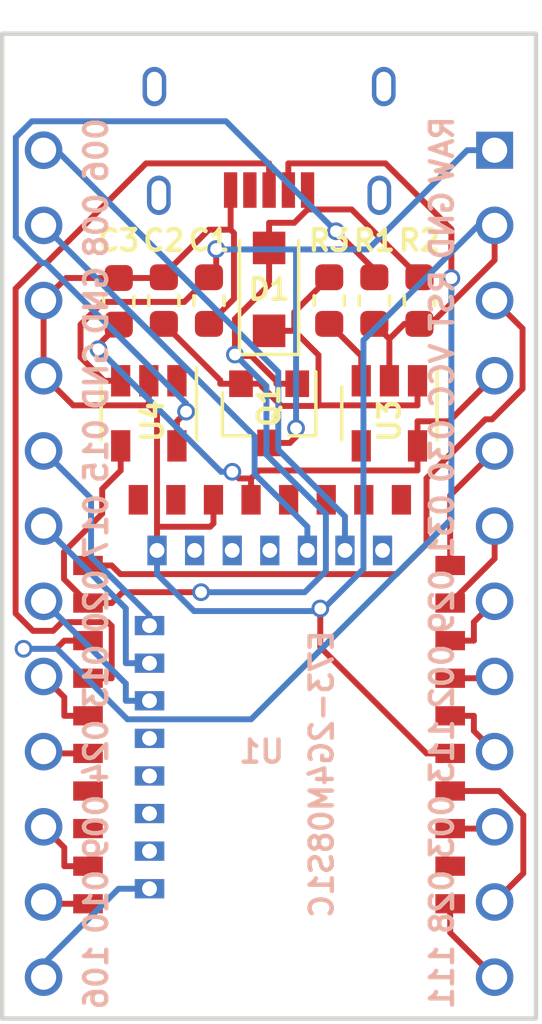
<source format=kicad_pcb>
(kicad_pcb (version 20171130) (host pcbnew "(5.1.0)-1")

  (general
    (thickness 1.6)
    (drawings 4)
    (tracks 230)
    (zones 0)
    (modules 13)
    (nets 50)
  )

  (page A4)
  (layers
    (0 F.Cu signal)
    (31 B.Cu signal)
    (32 B.Adhes user)
    (33 F.Adhes user)
    (34 B.Paste user)
    (35 F.Paste user)
    (36 B.SilkS user)
    (37 F.SilkS user)
    (38 B.Mask user)
    (39 F.Mask user)
    (40 Dwgs.User user)
    (41 Cmts.User user)
    (42 Eco1.User user)
    (43 Eco2.User user)
    (44 Edge.Cuts user)
    (45 Margin user)
    (46 B.CrtYd user)
    (47 F.CrtYd user)
    (48 B.Fab user)
    (49 F.Fab user)
  )

  (setup
    (last_trace_width 0.2)
    (user_trace_width 0.2)
    (user_trace_width 0.5)
    (trace_clearance 0.2)
    (zone_clearance 0.508)
    (zone_45_only yes)
    (trace_min 0.2)
    (via_size 0.6)
    (via_drill 0.4)
    (via_min_size 0.4)
    (via_min_drill 0.3)
    (uvia_size 0.3)
    (uvia_drill 0.1)
    (uvias_allowed no)
    (uvia_min_size 0.2)
    (uvia_min_drill 0.1)
    (edge_width 0.15)
    (segment_width 0.2)
    (pcb_text_width 0.3)
    (pcb_text_size 1.5 1.5)
    (mod_edge_width 0.15)
    (mod_text_size 1 1)
    (mod_text_width 0.15)
    (pad_size 1.27 1.27)
    (pad_drill 0.81)
    (pad_to_mask_clearance 0)
    (solder_mask_min_width 0.25)
    (aux_axis_origin 0 0)
    (grid_origin 96.181533 140.292775)
    (visible_elements 7FFFFFFF)
    (pcbplotparams
      (layerselection 0x010fc_ffffffff)
      (usegerberextensions false)
      (usegerberattributes false)
      (usegerberadvancedattributes false)
      (creategerberjobfile false)
      (excludeedgelayer true)
      (linewidth 0.100000)
      (plotframeref false)
      (viasonmask false)
      (mode 1)
      (useauxorigin false)
      (hpglpennumber 1)
      (hpglpenspeed 20)
      (hpglpendiameter 15.000000)
      (psnegative false)
      (psa4output false)
      (plotreference true)
      (plotvalue true)
      (plotinvisibletext false)
      (padsonsilk false)
      (subtractmaskfromsilk false)
      (outputformat 1)
      (mirror false)
      (drillshape 0)
      (scaleselection 1)
      (outputdirectory "gerber_fab/"))
  )

  (net 0 "")
  (net 1 GND)
  (net 2 VCC)
  (net 3 RESET)
  (net 4 /P0.05)
  (net 5 /P0.04)
  (net 6 /P0.02)
  (net 7 /P0.29)
  (net 8 /P0.30)
  (net 9 "Net-(J1-Pad6)")
  (net 10 /P0.31)
  (net 11 SWO)
  (net 12 /P0.10)
  (net 13 /P0.09)
  (net 14 "Net-(U3-Pad4)")
  (net 15 "Net-(J1-Pad4)")
  (net 16 VBUS)
  (net 17 VBAT)
  (net 18 DATA+)
  (net 19 DATA-)
  (net 20 /P1.13)
  (net 21 /P1.11)
  (net 22 /P0.20)
  (net 23 /P0.13)
  (net 24 /P0.15)
  (net 25 /P0.17)
  (net 26 DFU)
  (net 27 /P0.22)
  (net 28 /P0.24)
  (net 29 BLUE_LED)
  (net 30 /P0.03)
  (net 31 /P0.28)
  (net 32 /P0.00)
  (net 33 /P0.01)
  (net 34 RXD)
  (net 35 TXD)
  (net 36 BOOT)
  (net 37 "Net-(R1-Pad1)")
  (net 38 "Net-(R3-Pad2)")
  (net 39 "Net-(C2-Pad1)")
  (net 40 /P0.12)
  (net 41 /P1.06)
  (net 42 /P1.09)
  (net 43 /P1.04)
  (net 44 "Net-(U1-Pad23)")
  (net 45 "Net-(U1-Pad25)")
  (net 46 SWC)
  (net 47 SWD)
  (net 48 /P0.26)
  (net 49 "Net-(U4-Pad1)")

  (net_class Default "This is the default net class."
    (clearance 0.2)
    (trace_width 0.2)
    (via_dia 0.6)
    (via_drill 0.4)
    (uvia_dia 0.3)
    (uvia_drill 0.1)
    (add_net /P0.00)
    (add_net /P0.01)
    (add_net /P0.02)
    (add_net /P0.03)
    (add_net /P0.04)
    (add_net /P0.05)
    (add_net /P0.09)
    (add_net /P0.10)
    (add_net /P0.12)
    (add_net /P0.13)
    (add_net /P0.15)
    (add_net /P0.17)
    (add_net /P0.20)
    (add_net /P0.22)
    (add_net /P0.24)
    (add_net /P0.26)
    (add_net /P0.28)
    (add_net /P0.29)
    (add_net /P0.30)
    (add_net /P0.31)
    (add_net /P1.04)
    (add_net /P1.06)
    (add_net /P1.09)
    (add_net /P1.11)
    (add_net /P1.13)
    (add_net BLUE_LED)
    (add_net BOOT)
    (add_net DATA+)
    (add_net DATA-)
    (add_net DFU)
    (add_net GND)
    (add_net "Net-(C2-Pad1)")
    (add_net "Net-(J1-Pad4)")
    (add_net "Net-(J1-Pad6)")
    (add_net "Net-(R1-Pad1)")
    (add_net "Net-(R3-Pad2)")
    (add_net "Net-(U1-Pad23)")
    (add_net "Net-(U1-Pad25)")
    (add_net "Net-(U3-Pad4)")
    (add_net "Net-(U4-Pad1)")
    (add_net RESET)
    (add_net RXD)
    (add_net SWC)
    (add_net SWD)
    (add_net SWO)
    (add_net TXD)
    (add_net VBAT)
    (add_net VBUS)
    (add_net VCC)
  )

  (net_class Power ""
    (clearance 0.2)
    (trace_width 0.5)
    (via_dia 0.6)
    (via_drill 0.4)
    (uvia_dia 0.3)
    (uvia_drill 0.1)
  )

  (module nrfmicro:pro_micro (layer F.Cu) (tedit 5D250FBC) (tstamp 5C713BB9)
    (at 103.421 127.085)
    (path /5AC0283B)
    (fp_text reference U2 (at 0.508 -14.732) (layer Eco1.User)
      (effects (font (size 1.27 1.524) (thickness 0.2032)))
    )
    (fp_text value ProMicro (at 0 1.524 -90) (layer Margin) hide
      (effects (font (size 1.27 1.524) (thickness 0.2032)))
    )
    (fp_text user RAW (at 6.222533 -14.732225 270) (layer B.SilkS)
      (effects (font (size 0.75 0.75) (thickness 0.15)) (justify mirror))
    )
    (fp_text user 006 (at -5.461467 -14.732225 90) (layer B.SilkS)
      (effects (font (size 0.75 0.75) (thickness 0.15)) (justify mirror))
    )
    (fp_text user 008 (at -5.461467 -12.192225 90) (layer B.SilkS)
      (effects (font (size 0.75 0.75) (thickness 0.15)) (justify mirror))
    )
    (fp_text user GND (at -5.461467 -9.652225 90) (layer B.SilkS)
      (effects (font (size 0.75 0.75) (thickness 0.15)) (justify mirror))
    )
    (fp_text user GND (at -5.461467 -7.112225 90) (layer B.SilkS)
      (effects (font (size 0.75 0.75) (thickness 0.15)) (justify mirror))
    )
    (fp_text user RST (at 6.222533 -9.652225 270) (layer B.SilkS)
      (effects (font (size 0.75 0.75) (thickness 0.15)) (justify mirror))
    )
    (fp_text user GND (at 6.222533 -12.192225 270) (layer B.SilkS)
      (effects (font (size 0.75 0.75) (thickness 0.15)) (justify mirror))
    )
    (fp_line (start 6.731 -16.002) (end 6.731 -13.462) (layer Dwgs.User) (width 0.381))
    (fp_line (start -8.509 14.478) (end -8.509 -16.002) (layer Dwgs.User) (width 0.381))
    (fp_line (start 9.271 14.478) (end -8.509 14.478) (layer Dwgs.User) (width 0.381))
    (fp_line (start 9.271 -16.002) (end 9.271 14.478) (layer Dwgs.User) (width 0.381))
    (fp_line (start -8.509 -16.002) (end 9.271 -16.002) (layer Dwgs.User) (width 0.381))
    (fp_line (start 6.731 -13.462) (end 9.271 -13.462) (layer Dwgs.User) (width 0.381))
    (fp_text user VCC (at 6.222533 -7.112225 270) (layer B.SilkS)
      (effects (font (size 0.75 0.75) (thickness 0.15)) (justify mirror))
    )
    (fp_text user 010 (at -5.461467 10.667775 270) (layer B.SilkS)
      (effects (font (size 0.75 0.75) (thickness 0.15)) (justify mirror))
    )
    (fp_text user 017 (at -5.461467 -2.032225 270) (layer B.SilkS)
      (effects (font (size 0.75 0.75) (thickness 0.15)) (justify mirror))
    )
    (fp_text user 020 (at -5.461467 0.507775 270) (layer B.SilkS)
      (effects (font (size 0.75 0.75) (thickness 0.15)) (justify mirror))
    )
    (fp_text user 015 (at -5.461467 -4.572225 270) (layer B.SilkS)
      (effects (font (size 0.75 0.75) (thickness 0.15)) (justify mirror))
    )
    (fp_text user 013 (at -5.461467 3.047775 270) (layer B.SilkS)
      (effects (font (size 0.75 0.75) (thickness 0.15)) (justify mirror))
    )
    (fp_text user 009 (at -5.461467 8.127775 270) (layer B.SilkS)
      (effects (font (size 0.75 0.75) (thickness 0.15)) (justify mirror))
    )
    (fp_text user 024 (at -5.461467 5.587775 270) (layer B.SilkS)
      (effects (font (size 0.75 0.75) (thickness 0.15)) (justify mirror))
    )
    (fp_text user 106 (at -5.461467 13.207775 270) (layer B.SilkS)
      (effects (font (size 0.75 0.75) (thickness 0.15)) (justify mirror))
    )
    (fp_text user 003 (at 6.222533 8.127775 90) (layer B.SilkS)
      (effects (font (size 0.75 0.75) (thickness 0.15)) (justify mirror))
    )
    (fp_text user 028 (at 6.222533 10.667775 90) (layer B.SilkS)
      (effects (font (size 0.75 0.75) (thickness 0.15)) (justify mirror))
    )
    (fp_text user 030 (at 6.222533 -4.572225 90) (layer B.SilkS)
      (effects (font (size 0.75 0.75) (thickness 0.15)) (justify mirror))
    )
    (fp_text user 113 (at 6.222533 5.587775 90) (layer B.SilkS)
      (effects (font (size 0.75 0.75) (thickness 0.15)) (justify mirror))
    )
    (fp_text user 111 (at 6.222533 13.207775 90) (layer B.SilkS)
      (effects (font (size 0.75 0.75) (thickness 0.15)) (justify mirror))
    )
    (fp_text user 002 (at 6.222533 3.047775 90) (layer B.SilkS)
      (effects (font (size 0.75 0.75) (thickness 0.15)) (justify mirror))
    )
    (fp_text user 031 (at 6.222533 -2.032225 90) (layer B.SilkS)
      (effects (font (size 0.75 0.75) (thickness 0.15)) (justify mirror))
    )
    (fp_text user 029 (at 6.222533 0.507775 90) (layer B.SilkS)
      (effects (font (size 0.75 0.75) (thickness 0.15)) (justify mirror))
    )
    (pad 1 thru_hole rect (at 8.001 -14.732 270) (size 1.25 1.25) (drill 0.85) (layers *.Cu *.Mask)
      (net 17 VBAT))
    (pad 2 thru_hole circle (at 8.001 -12.192 270) (size 1.27 1.27) (drill 0.85) (layers *.Cu *.Mask)
      (net 1 GND))
    (pad 3 thru_hole circle (at 8.001 -9.652 270) (size 1.27 1.27) (drill 0.85) (layers *.Cu *.Mask)
      (net 3 RESET))
    (pad 4 thru_hole circle (at 8.001 -7.112 270) (size 1.27 1.27) (drill 0.85) (layers *.Cu *.Mask)
      (net 2 VCC))
    (pad 5 thru_hole circle (at 8.001 -4.572 270) (size 1.27 1.27) (drill 0.85) (layers *.Cu *.Mask)
      (net 8 /P0.30))
    (pad 6 thru_hole circle (at 8.001 -2.032 270) (size 1.27 1.27) (drill 0.85) (layers *.Cu *.Mask)
      (net 10 /P0.31))
    (pad 7 thru_hole circle (at 8.001 0.508 270) (size 1.27 1.27) (drill 0.85) (layers *.Cu *.Mask)
      (net 7 /P0.29))
    (pad 8 thru_hole circle (at 8.001 3.048 270) (size 1.27 1.27) (drill 0.85) (layers *.Cu *.Mask)
      (net 6 /P0.02))
    (pad 9 thru_hole circle (at 8.001 5.588 270) (size 1.27 1.27) (drill 0.85) (layers *.Cu *.Mask)
      (net 20 /P1.13))
    (pad 10 thru_hole circle (at 8.001 8.128 270) (size 1.27 1.27) (drill 0.85) (layers *.Cu *.Mask)
      (net 30 /P0.03))
    (pad 11 thru_hole circle (at 8.001 10.668 270) (size 1.27 1.27) (drill 0.85) (layers *.Cu *.Mask)
      (net 31 /P0.28))
    (pad 12 thru_hole circle (at 8.001 13.208 270) (size 1.27 1.27) (drill 0.85) (layers *.Cu *.Mask)
      (net 21 /P1.11))
    (pad 24 thru_hole circle (at -7.239 13.208 270) (size 1.27 1.27) (drill 0.85) (layers *.Cu *.Mask)
      (net 41 /P1.06))
    (pad 23 thru_hole circle (at -7.239 10.668 270) (size 1.27 1.27) (drill 0.85) (layers *.Cu *.Mask)
      (net 12 /P0.10))
    (pad 22 thru_hole circle (at -7.239 8.128 270) (size 1.27 1.27) (drill 0.85) (layers *.Cu *.Mask)
      (net 13 /P0.09))
    (pad 21 thru_hole circle (at -7.239 5.588 270) (size 1.27 1.27) (drill 0.85) (layers *.Cu *.Mask)
      (net 28 /P0.24))
    (pad 20 thru_hole circle (at -7.239 3.048 270) (size 1.27 1.27) (drill 0.85) (layers *.Cu *.Mask)
      (net 23 /P0.13))
    (pad 19 thru_hole circle (at -7.239 0.508 270) (size 1.27 1.27) (drill 0.85) (layers *.Cu *.Mask)
      (net 22 /P0.20))
    (pad 18 thru_hole circle (at -7.239 -2.032 270) (size 1.27 1.27) (drill 0.85) (layers *.Cu *.Mask)
      (net 25 /P0.17))
    (pad 17 thru_hole circle (at -7.239 -4.572 270) (size 1.27 1.27) (drill 0.85) (layers *.Cu *.Mask)
      (net 24 /P0.15))
    (pad 16 thru_hole circle (at -7.239 -7.112 270) (size 1.27 1.27) (drill 0.85) (layers *.Cu *.Mask)
      (net 1 GND))
    (pad 15 thru_hole circle (at -7.239 -9.652 270) (size 1.27 1.27) (drill 0.85) (layers *.Cu *.Mask)
      (net 1 GND))
    (pad 14 thru_hole circle (at -7.239 -12.192 270) (size 1.27 1.27) (drill 0.85) (layers *.Cu *.Mask)
      (net 34 RXD))
    (pad 13 thru_hole circle (at -7.239 -14.732 270) (size 1.27 1.27) (drill 0.85) (layers *.Cu *.Mask)
      (net 35 TXD))
  )

  (module Capacitor_SMD:C_0603_1608Metric (layer F.Cu) (tedit 5B301BBE) (tstamp 5CB0F1CC)
    (at 98.7215 117.458 90)
    (descr "Capacitor SMD 0603 (1608 Metric), square (rectangular) end terminal, IPC_7351 nominal, (Body size source: http://www.tortai-tech.com/upload/download/2011102023233369053.pdf), generated with kicad-footprint-generator")
    (tags capacitor)
    (path /5CC9355F)
    (attr smd)
    (fp_text reference C3 (at 2.057225 0 180) (layer F.SilkS)
      (effects (font (size 0.7 0.7) (thickness 0.15)))
    )
    (fp_text value 10uF (at 0 1.65 90) (layer F.Fab)
      (effects (font (size 0.75 0.75) (thickness 0.15)))
    )
    (fp_text user %R (at 0 0 90) (layer F.Fab)
      (effects (font (size 0.5 0.5) (thickness 0.08)))
    )
    (fp_line (start 1.48 0.73) (end -1.48 0.73) (layer F.CrtYd) (width 0.05))
    (fp_line (start 1.48 -0.73) (end 1.48 0.73) (layer F.CrtYd) (width 0.05))
    (fp_line (start -1.48 -0.73) (end 1.48 -0.73) (layer F.CrtYd) (width 0.05))
    (fp_line (start -1.48 0.73) (end -1.48 -0.73) (layer F.CrtYd) (width 0.05))
    (fp_line (start -0.162779 0.51) (end 0.162779 0.51) (layer F.SilkS) (width 0.12))
    (fp_line (start -0.162779 -0.51) (end 0.162779 -0.51) (layer F.SilkS) (width 0.12))
    (fp_line (start 0.8 0.4) (end -0.8 0.4) (layer F.Fab) (width 0.1))
    (fp_line (start 0.8 -0.4) (end 0.8 0.4) (layer F.Fab) (width 0.1))
    (fp_line (start -0.8 -0.4) (end 0.8 -0.4) (layer F.Fab) (width 0.1))
    (fp_line (start -0.8 0.4) (end -0.8 -0.4) (layer F.Fab) (width 0.1))
    (pad 2 smd roundrect (at 0.7875 0 90) (size 0.875 0.95) (layers F.Cu F.Paste F.Mask) (roundrect_rratio 0.25)
      (net 1 GND))
    (pad 1 smd roundrect (at -0.7875 0 90) (size 0.875 0.95) (layers F.Cu F.Paste F.Mask) (roundrect_rratio 0.25)
      (net 2 VCC))
    (model ${KISYS3DMOD}/Capacitor_SMD.3dshapes/C_0603_1608Metric.wrl
      (at (xyz 0 0 0))
      (scale (xyz 1 1 1))
      (rotate (xyz 0 0 0))
    )
  )

  (module Capacitor_SMD:C_0603_1608Metric (layer F.Cu) (tedit 5B301BBE) (tstamp 5CB0F1BB)
    (at 100.246 117.433 90)
    (descr "Capacitor SMD 0603 (1608 Metric), square (rectangular) end terminal, IPC_7351 nominal, (Body size source: http://www.tortai-tech.com/upload/download/2011102023233369053.pdf), generated with kicad-footprint-generator")
    (tags capacitor)
    (path /5B158BD8)
    (attr smd)
    (fp_text reference C2 (at 2.032225 -0.000467 180) (layer F.SilkS)
      (effects (font (size 0.7 0.7) (thickness 0.15)))
    )
    (fp_text value 10uF (at 0 1.65 90) (layer F.Fab)
      (effects (font (size 0.75 0.75) (thickness 0.15)))
    )
    (fp_text user %R (at 0 0 90) (layer F.Fab)
      (effects (font (size 0.5 0.5) (thickness 0.08)))
    )
    (fp_line (start 1.48 0.73) (end -1.48 0.73) (layer F.CrtYd) (width 0.05))
    (fp_line (start 1.48 -0.73) (end 1.48 0.73) (layer F.CrtYd) (width 0.05))
    (fp_line (start -1.48 -0.73) (end 1.48 -0.73) (layer F.CrtYd) (width 0.05))
    (fp_line (start -1.48 0.73) (end -1.48 -0.73) (layer F.CrtYd) (width 0.05))
    (fp_line (start -0.162779 0.51) (end 0.162779 0.51) (layer F.SilkS) (width 0.12))
    (fp_line (start -0.162779 -0.51) (end 0.162779 -0.51) (layer F.SilkS) (width 0.12))
    (fp_line (start 0.8 0.4) (end -0.8 0.4) (layer F.Fab) (width 0.1))
    (fp_line (start 0.8 -0.4) (end 0.8 0.4) (layer F.Fab) (width 0.1))
    (fp_line (start -0.8 -0.4) (end 0.8 -0.4) (layer F.Fab) (width 0.1))
    (fp_line (start -0.8 0.4) (end -0.8 -0.4) (layer F.Fab) (width 0.1))
    (pad 2 smd roundrect (at 0.7875 0 90) (size 0.875 0.95) (layers F.Cu F.Paste F.Mask) (roundrect_rratio 0.25)
      (net 1 GND))
    (pad 1 smd roundrect (at -0.7875 0 90) (size 0.875 0.95) (layers F.Cu F.Paste F.Mask) (roundrect_rratio 0.25)
      (net 39 "Net-(C2-Pad1)"))
    (model ${KISYS3DMOD}/Capacitor_SMD.3dshapes/C_0603_1608Metric.wrl
      (at (xyz 0 0 0))
      (scale (xyz 1 1 1))
      (rotate (xyz 0 0 0))
    )
  )

  (module Capacitor_SMD:C_0603_1608Metric (layer F.Cu) (tedit 5B301BBE) (tstamp 5CB0F1AA)
    (at 101.77 117.433 270)
    (descr "Capacitor SMD 0603 (1608 Metric), square (rectangular) end terminal, IPC_7351 nominal, (Body size source: http://www.tortai-tech.com/upload/download/2011102023233369053.pdf), generated with kicad-footprint-generator")
    (tags capacitor)
    (path /5C70161B)
    (attr smd)
    (fp_text reference C1 (at -2.032225 0) (layer F.SilkS)
      (effects (font (size 0.7 0.7) (thickness 0.15)))
    )
    (fp_text value 10uF (at 0 1.65 270) (layer F.Fab)
      (effects (font (size 0.75 0.75) (thickness 0.15)))
    )
    (fp_text user %R (at 0 0 270) (layer F.Fab)
      (effects (font (size 0.5 0.5) (thickness 0.08)))
    )
    (fp_line (start 1.48 0.73) (end -1.48 0.73) (layer F.CrtYd) (width 0.05))
    (fp_line (start 1.48 -0.73) (end 1.48 0.73) (layer F.CrtYd) (width 0.05))
    (fp_line (start -1.48 -0.73) (end 1.48 -0.73) (layer F.CrtYd) (width 0.05))
    (fp_line (start -1.48 0.73) (end -1.48 -0.73) (layer F.CrtYd) (width 0.05))
    (fp_line (start -0.162779 0.51) (end 0.162779 0.51) (layer F.SilkS) (width 0.12))
    (fp_line (start -0.162779 -0.51) (end 0.162779 -0.51) (layer F.SilkS) (width 0.12))
    (fp_line (start 0.8 0.4) (end -0.8 0.4) (layer F.Fab) (width 0.1))
    (fp_line (start 0.8 -0.4) (end 0.8 0.4) (layer F.Fab) (width 0.1))
    (fp_line (start -0.8 -0.4) (end 0.8 -0.4) (layer F.Fab) (width 0.1))
    (fp_line (start -0.8 0.4) (end -0.8 -0.4) (layer F.Fab) (width 0.1))
    (pad 2 smd roundrect (at 0.7875 0 270) (size 0.875 0.95) (layers F.Cu F.Paste F.Mask) (roundrect_rratio 0.25)
      (net 1 GND))
    (pad 1 smd roundrect (at -0.7875 0 270) (size 0.875 0.95) (layers F.Cu F.Paste F.Mask) (roundrect_rratio 0.25)
      (net 17 VBAT))
    (model ${KISYS3DMOD}/Capacitor_SMD.3dshapes/C_0603_1608Metric.wrl
      (at (xyz 0 0 0))
      (scale (xyz 1 1 1))
      (rotate (xyz 0 0 0))
    )
  )

  (module nrfmicro:E73-2G4M08S1C-52840 (layer F.Cu) (tedit 5CAFE4C7) (tstamp 5C6ECCBA)
    (at 103.802 123.783 270)
    (path /5C7001D3)
    (fp_text reference U1 (at 8.889775 0.254467 180) (layer B.SilkS)
      (effects (font (size 0.75 0.75) (thickness 0.15)) (justify mirror))
    )
    (fp_text value "E73-2G4M08S1C (nRF52840)" (at 9.778775 -0.635467 180) (layer F.Fab)
      (effects (font (size 0.75 0.75) (thickness 0.15)))
    )
    (fp_line (start -0.127 -6.604) (end -0.127 6.604) (layer F.Fab) (width 0.15))
    (fp_line (start -0.127 6.604) (end 18.034 6.604) (layer F.Fab) (width 0.15))
    (fp_line (start 18.034 6.604) (end 18.034 -6.604) (layer F.Fab) (width 0.15))
    (fp_line (start 18.034 -6.604) (end -0.127 -6.604) (layer F.Fab) (width 0.15))
    (fp_text user E73-2G4M08S1C (at 9.651775 -1.777533 90) (layer B.SilkS)
      (effects (font (size 0.75 0.75) (thickness 0.15)) (justify mirror))
    )
    (pad 28 thru_hole rect (at 4.632 4.041 270) (size 0.65 1) (drill 0.5) (layers *.Cu *.Mask)
      (net 24 /P0.15))
    (pad 10 smd rect (at 2.6 -6.119 270) (size 0.65 1) (layers F.Cu F.Paste F.Mask)
      (net 8 /P0.30))
    (pad 9 smd rect (at 3.87 -6.119 270) (size 0.65 1) (layers F.Cu F.Paste F.Mask)
      (net 10 /P0.31))
    (pad 8 smd rect (at 5.14 -6.119 270) (size 0.65 1) (layers F.Cu F.Paste F.Mask)
      (net 7 /P0.29))
    (pad 7 smd rect (at 6.41 -6.119 270) (size 0.65 1) (layers F.Cu F.Paste F.Mask)
      (net 6 /P0.02))
    (pad 6 smd rect (at 7.68 -6.119 270) (size 0.65 1) (layers F.Cu F.Paste F.Mask)
      (net 20 /P1.13))
    (pad 5 smd rect (at 8.95 -6.119 270) (size 0.65 1) (layers F.Cu F.Paste F.Mask)
      (net 1 GND))
    (pad 4 smd rect (at 10.22 -6.119 270) (size 0.65 1) (layers F.Cu F.Paste F.Mask)
      (net 31 /P0.28))
    (pad 3 smd rect (at 11.49 -6.119 270) (size 0.65 1) (layers F.Cu F.Paste F.Mask)
      (net 30 /P0.03))
    (pad 2 smd rect (at 12.76 -6.119 270) (size 0.65 1) (layers F.Cu F.Paste F.Mask)
      (net 29 BLUE_LED))
    (pad 1 smd rect (at 14.03 -6.119 270) (size 0.65 1) (layers F.Cu F.Paste F.Mask)
      (net 21 /P1.11))
    (pad 31 smd rect (at 6.41 6.119 270) (size 0.65 1) (layers F.Cu F.Paste F.Mask)
      (net 18 DATA+))
    (pad 43 smd rect (at 14.03 6.119 270) (size 0.65 1) (layers F.Cu F.Paste F.Mask)
      (net 12 /P0.10))
    (pad 33 smd rect (at 7.68 6.119 270) (size 0.65 1) (layers F.Cu F.Paste F.Mask)
      (net 23 /P0.13))
    (pad 41 smd rect (at 12.76 6.119 270) (size 0.65 1) (layers F.Cu F.Paste F.Mask)
      (net 13 /P0.09))
    (pad 39 smd rect (at 11.49 6.119 270) (size 0.65 1) (layers F.Cu F.Paste F.Mask)
      (net 46 SWC))
    (pad 37 smd rect (at 10.22 6.119 270) (size 0.65 1) (layers F.Cu F.Paste F.Mask)
      (net 47 SWD))
    (pad 29 smd rect (at 5.14 6.119 270) (size 0.65 1) (layers F.Cu F.Paste F.Mask)
      (net 19 DATA-))
    (pad 35 smd rect (at 8.95 6.119 270) (size 0.65 1) (layers F.Cu F.Paste F.Mask)
      (net 28 /P0.24))
    (pad 27 smd rect (at 3.87 6.119 270) (size 0.65 1) (layers F.Cu F.Paste F.Mask)
      (net 16 VBUS))
    (pad 26 smd rect (at 2.6 6.119 270) (size 0.65 1) (layers F.Cu F.Paste F.Mask)
      (net 3 RESET))
    (pad 23 smd rect (at 0.381 3.15) (size 0.65 1) (layers F.Cu F.Paste F.Mask)
      (net 44 "Net-(U1-Pad23)"))
    (pad 11 smd rect (at 0.381 -4.47) (size 0.65 1) (layers F.Cu F.Paste F.Mask)
      (net 32 /P0.00))
    (pad 21 smd rect (at 0.381 1.88) (size 0.65 1) (layers F.Cu F.Paste F.Mask)
      (net 1 GND))
    (pad 13 smd rect (at 0.381 -3.2) (size 0.65 1) (layers F.Cu F.Paste F.Mask)
      (net 33 /P0.01))
    (pad 15 smd rect (at 0.381 -1.93) (size 0.65 1) (layers F.Cu F.Paste F.Mask)
      (net 4 /P0.05))
    (pad 17 smd rect (at 0.381 -0.66) (size 0.65 1) (layers F.Cu F.Paste F.Mask)
      (net 42 /P1.09))
    (pad 25 smd rect (at 0.381 4.42) (size 0.65 1) (layers F.Cu F.Paste F.Mask)
      (net 45 "Net-(U1-Pad25)"))
    (pad 19 smd rect (at 0.381 0.61) (size 0.65 1) (layers F.Cu F.Paste F.Mask)
      (net 2 VCC))
    (pad 30 thru_hole rect (at 5.902 4.041 270) (size 0.65 1) (drill 0.5) (layers *.Cu *.Mask)
      (net 25 /P0.17))
    (pad 32 thru_hole rect (at 7.172 4.041 270) (size 0.65 1) (drill 0.5) (layers *.Cu *.Mask)
      (net 22 /P0.20))
    (pad 34 thru_hole rect (at 8.442 4.041 270) (size 0.65 1) (drill 0.5) (layers *.Cu *.Mask)
      (net 27 /P0.22))
    (pad 36 thru_hole rect (at 9.712 4.041 270) (size 0.65 1) (drill 0.5) (layers *.Cu *.Mask)
      (net 11 SWO))
    (pad 38 thru_hole rect (at 10.982 4.041 270) (size 0.65 1) (drill 0.5) (layers *.Cu *.Mask)
      (net 26 DFU))
    (pad 40 thru_hole rect (at 12.252 4.041 270) (size 0.65 1) (drill 0.5) (layers *.Cu *.Mask)
      (net 43 /P1.04))
    (pad 42 thru_hole rect (at 13.522 4.041 270) (size 0.65 1) (drill 0.5) (layers *.Cu *.Mask)
      (net 41 /P1.06))
    (pad 14 thru_hole rect (at 2.092 -2.563) (size 0.65 1) (drill 0.5) (layers *.Cu *.Mask)
      (net 35 TXD))
    (pad 12 thru_hole rect (at 2.092 -3.833) (size 0.65 1) (drill 0.5) (layers *.Cu *.Mask)
      (net 48 /P0.26))
    (pad 20 thru_hole rect (at 2.092 1.247) (size 0.65 1) (drill 0.5) (layers *.Cu *.Mask)
      (net 40 /P0.12))
    (pad 16 thru_hole rect (at 2.092 -1.293) (size 0.65 1) (drill 0.5) (layers *.Cu *.Mask)
      (net 34 RXD))
    (pad 22 thru_hole rect (at 2.092 2.517) (size 0.65 1) (drill 0.5) (layers *.Cu *.Mask)
      (net 36 BOOT))
    (pad 24 thru_hole rect (at 2.092 3.787) (size 0.65 1) (drill 0.5) (layers *.Cu *.Mask)
      (net 1 GND))
    (pad 18 thru_hole rect (at 2.092 -0.023) (size 0.65 1) (drill 0.5) (layers *.Cu *.Mask)
      (net 5 /P0.04))
  )

  (module nrfmicro:usb_micro (layer F.Cu) (tedit 5CAFE492) (tstamp 5C6ED4F1)
    (at 103.802 108.543 180)
    (descr "USB Micro-B receptacle, http://www.mouser.com/ds/2/445/629105150521-469306.pdf")
    (tags "usb micro receptacle")
    (path /5B116606)
    (attr smd)
    (fp_text reference J1 (at -0.000467 -4.064 180) (layer F.SilkS) hide
      (effects (font (size 0.7 0.7) (thickness 0.15)))
    )
    (fp_text value "USB_OTG 5 Pin 4 Legs" (at 0 -4.318 180) (layer F.Fab)
      (effects (font (size 0.4 0.4) (thickness 0.1)))
    )
    (fp_line (start -4 -5.86) (end -4 -0.46) (layer F.Fab) (width 0.15))
    (fp_line (start -4 -0.46) (end -3.7 -0.46) (layer F.Fab) (width 0.15))
    (fp_line (start -3.7 -0.46) (end -3.7 0.74) (layer F.Fab) (width 0.15))
    (fp_line (start -3.7 0.74) (end 3.7 0.74) (layer F.Fab) (width 0.15))
    (fp_line (start 3.7 0.74) (end 3.7 -0.46) (layer F.Fab) (width 0.15))
    (fp_line (start 3.7 -0.46) (end 4 -0.46) (layer F.Fab) (width 0.15))
    (fp_line (start 4 -0.46) (end 4 -5.86) (layer F.Fab) (width 0.15))
    (fp_line (start 4 -5.86) (end -4 -5.86) (layer F.Fab) (width 0.15))
    (fp_line (start -2.7 0.14) (end 2.7 0.14) (layer F.Fab) (width 0.15))
    (fp_line (start -4.94 -6.95) (end -4.94 1.24) (layer F.CrtYd) (width 0.05))
    (fp_line (start -4.94 1.24) (end 4.95 1.24) (layer F.CrtYd) (width 0.05))
    (fp_line (start 4.95 1.24) (end 4.95 -6.95) (layer F.CrtYd) (width 0.05))
    (fp_line (start 4.95 -6.95) (end -4.94 -6.95) (layer F.CrtYd) (width 0.05))
    (fp_text user "PCB Edge" (at 0 0.14 180) (layer Dwgs.User)
      (effects (font (size 0.5 0.5) (thickness 0.08)))
    )
    (pad 4 smd rect (at 0.65 -5.156 180) (size 0.45 1.2) (layers F.Cu F.Paste F.Mask)
      (net 15 "Net-(J1-Pad4)"))
    (pad 3 smd rect (at 0 -5.156 180) (size 0.45 1.2) (layers F.Cu F.Paste F.Mask)
      (net 18 DATA+))
    (pad 2 smd rect (at -0.65 -5.156 180) (size 0.45 1.2) (layers F.Cu F.Paste F.Mask)
      (net 19 DATA-))
    (pad 1 smd rect (at -1.3 -5.156 180) (size 0.45 1.2) (layers F.Cu F.Paste F.Mask)
      (net 16 VBUS))
    (pad 5 smd rect (at 1.3 -5.156 180) (size 0.45 1.2) (layers F.Cu F.Paste F.Mask)
      (net 1 GND))
    (pad 6 thru_hole oval (at -3.725 -5.334 180) (size 0.8 1.33) (drill oval 0.5 1) (layers *.Cu *.Mask)
      (net 9 "Net-(J1-Pad6)"))
    (pad "" thru_hole oval (at 3.725 -5.334 180) (size 0.8 1.33) (drill oval 0.5 1) (layers *.Cu *.Mask))
    (pad "" thru_hole oval (at -3.875 -1.66 180) (size 0.8 1.33) (drill oval 0.5 1) (layers *.Cu *.Mask))
    (pad "" thru_hole oval (at 3.875 -1.66 180) (size 0.8 1.33) (drill oval 0.5 1) (layers *.Cu *.Mask))
    (model ${KISYS3DMOD}/Connector_USB.3dshapes/USB_Micro-B_Molex_47346-0001.wrl
      (offset (xyz 0 4 0))
      (scale (xyz 1 1 1))
      (rotate (xyz 0 0 0))
    )
  )

  (module Resistor_SMD:R_0603_1608Metric (layer F.Cu) (tedit 5C7CA377) (tstamp 5C7D3CE5)
    (at 107.358 117.433 270)
    (descr "Resistor SMD 0603 (1608 Metric), square (rectangular) end terminal, IPC_7351 nominal, (Body size source: http://www.tortai-tech.com/upload/download/2011102023233369053.pdf), generated with kicad-footprint-generator")
    (tags resistor)
    (path /5C701629)
    (attr smd)
    (fp_text reference R1 (at -2.032225 0.000467) (layer F.SilkS)
      (effects (font (size 0.7 0.7) (thickness 0.15)))
    )
    (fp_text value 4.7K (at 0 1.43 270) (layer F.Fab)
      (effects (font (size 0.75 0.75) (thickness 0.15)))
    )
    (fp_line (start -0.8 0.4) (end -0.8 -0.4) (layer F.Fab) (width 0.1))
    (fp_line (start -0.8 -0.4) (end 0.8 -0.4) (layer F.Fab) (width 0.1))
    (fp_line (start 0.8 -0.4) (end 0.8 0.4) (layer F.Fab) (width 0.1))
    (fp_line (start 0.8 0.4) (end -0.8 0.4) (layer F.Fab) (width 0.1))
    (fp_line (start -0.162779 -0.51) (end 0.162779 -0.51) (layer F.SilkS) (width 0.12))
    (fp_line (start -0.162779 0.51) (end 0.162779 0.51) (layer F.SilkS) (width 0.12))
    (fp_line (start -1.48 0.73) (end -1.48 -0.73) (layer F.CrtYd) (width 0.05))
    (fp_line (start -1.48 -0.73) (end 1.48 -0.73) (layer F.CrtYd) (width 0.05))
    (fp_line (start 1.48 -0.73) (end 1.48 0.73) (layer F.CrtYd) (width 0.05))
    (fp_line (start 1.48 0.73) (end -1.48 0.73) (layer F.CrtYd) (width 0.05))
    (fp_text user %R (at 0 0 270) (layer F.Fab)
      (effects (font (size 0.4 0.4) (thickness 0.06)))
    )
    (pad 1 smd roundrect (at -0.7875 0 270) (size 0.875 0.95) (layers F.Cu F.Paste F.Mask) (roundrect_rratio 0.25)
      (net 37 "Net-(R1-Pad1)"))
    (pad 2 smd roundrect (at 0.7875 0 270) (size 0.875 0.95) (layers F.Cu F.Paste F.Mask) (roundrect_rratio 0.25)
      (net 1 GND))
    (model ${KISYS3DMOD}/Resistor_SMD.3dshapes/R_0603_1608Metric.wrl
      (at (xyz 0 0 0))
      (scale (xyz 1 1 1))
      (rotate (xyz 0 0 0))
    )
  )

  (module Resistor_SMD:R_0603_1608Metric (layer F.Cu) (tedit 5C7C9E57) (tstamp 5C7360DF)
    (at 105.834 117.433 270)
    (descr "Resistor SMD 0603 (1608 Metric), square (rectangular) end terminal, IPC_7351 nominal, (Body size source: http://www.tortai-tech.com/upload/download/2011102023233369053.pdf), generated with kicad-footprint-generator")
    (tags resistor)
    (path /5CC730D9)
    (attr smd)
    (fp_text reference R3 (at 0 -1.43 270) (layer F.SilkS) hide
      (effects (font (size 0.75 0.75) (thickness 0.15)))
    )
    (fp_text value 100K (at 0 1.43 270) (layer F.Fab)
      (effects (font (size 0.75 0.75) (thickness 0.15)))
    )
    (fp_text user %R (at -2.032225 0.000467 180) (layer F.SilkS)
      (effects (font (size 0.7 0.7) (thickness 0.15)))
    )
    (fp_line (start 1.48 0.73) (end -1.48 0.73) (layer F.CrtYd) (width 0.05))
    (fp_line (start 1.48 -0.73) (end 1.48 0.73) (layer F.CrtYd) (width 0.05))
    (fp_line (start -1.48 -0.73) (end 1.48 -0.73) (layer F.CrtYd) (width 0.05))
    (fp_line (start -1.48 0.73) (end -1.48 -0.73) (layer F.CrtYd) (width 0.05))
    (fp_line (start -0.162779 0.51) (end 0.162779 0.51) (layer F.SilkS) (width 0.12))
    (fp_line (start -0.162779 -0.51) (end 0.162779 -0.51) (layer F.SilkS) (width 0.12))
    (fp_line (start 0.8 0.4) (end -0.8 0.4) (layer F.Fab) (width 0.1))
    (fp_line (start 0.8 -0.4) (end 0.8 0.4) (layer F.Fab) (width 0.1))
    (fp_line (start -0.8 -0.4) (end 0.8 -0.4) (layer F.Fab) (width 0.1))
    (fp_line (start -0.8 0.4) (end -0.8 -0.4) (layer F.Fab) (width 0.1))
    (pad 2 smd roundrect (at 0.7875 0 270) (size 0.875 0.95) (layers F.Cu F.Paste F.Mask) (roundrect_rratio 0.25)
      (net 38 "Net-(R3-Pad2)"))
    (pad 1 smd roundrect (at -0.7875 0 270) (size 0.875 0.95) (layers F.Cu F.Paste F.Mask) (roundrect_rratio 0.25)
      (net 39 "Net-(C2-Pad1)"))
    (model ${KISYS3DMOD}/Resistor_SMD.3dshapes/R_0603_1608Metric.wrl
      (at (xyz 0 0 0))
      (scale (xyz 1 1 1))
      (rotate (xyz 0 0 0))
    )
  )

  (module Resistor_SMD:R_0603_1608Metric (layer F.Cu) (tedit 5C7C9E69) (tstamp 5C7360CF)
    (at 108.882 117.433 270)
    (descr "Resistor SMD 0603 (1608 Metric), square (rectangular) end terminal, IPC_7351 nominal, (Body size source: http://www.tortai-tech.com/upload/download/2011102023233369053.pdf), generated with kicad-footprint-generator")
    (tags resistor)
    (path /5B159927)
    (attr smd)
    (fp_text reference R2 (at 0 -1.43 270) (layer F.SilkS) hide
      (effects (font (size 0.75 0.75) (thickness 0.15)))
    )
    (fp_text value 100K (at 0 1.43 270) (layer F.Fab)
      (effects (font (size 0.75 0.75) (thickness 0.15)))
    )
    (fp_line (start -0.8 0.4) (end -0.8 -0.4) (layer F.Fab) (width 0.1))
    (fp_line (start -0.8 -0.4) (end 0.8 -0.4) (layer F.Fab) (width 0.1))
    (fp_line (start 0.8 -0.4) (end 0.8 0.4) (layer F.Fab) (width 0.1))
    (fp_line (start 0.8 0.4) (end -0.8 0.4) (layer F.Fab) (width 0.1))
    (fp_line (start -0.162779 -0.51) (end 0.162779 -0.51) (layer F.SilkS) (width 0.12))
    (fp_line (start -0.162779 0.51) (end 0.162779 0.51) (layer F.SilkS) (width 0.12))
    (fp_line (start -1.48 0.73) (end -1.48 -0.73) (layer F.CrtYd) (width 0.05))
    (fp_line (start -1.48 -0.73) (end 1.48 -0.73) (layer F.CrtYd) (width 0.05))
    (fp_line (start 1.48 -0.73) (end 1.48 0.73) (layer F.CrtYd) (width 0.05))
    (fp_line (start 1.48 0.73) (end -1.48 0.73) (layer F.CrtYd) (width 0.05))
    (fp_text user %R (at -2.032225 0 180) (layer F.SilkS)
      (effects (font (size 0.7 0.7) (thickness 0.15)))
    )
    (pad 1 smd roundrect (at -0.7875 0 270) (size 0.875 0.95) (layers F.Cu F.Paste F.Mask) (roundrect_rratio 0.25)
      (net 16 VBUS))
    (pad 2 smd roundrect (at 0.7875 0 270) (size 0.875 0.95) (layers F.Cu F.Paste F.Mask) (roundrect_rratio 0.25)
      (net 1 GND))
    (model ${KISYS3DMOD}/Resistor_SMD.3dshapes/R_0603_1608Metric.wrl
      (at (xyz 0 0 0))
      (scale (xyz 1 1 1))
      (rotate (xyz 0 0 0))
    )
  )

  (module Package_TO_SOT_SMD:SOT-23 (layer F.Cu) (tedit 5C70E02D) (tstamp 5C70F293)
    (at 103.802 121.243 270)
    (descr "SOT-23, Standard")
    (tags SOT-23)
    (path /5B1587C5)
    (attr smd)
    (fp_text reference Q1 (at -0.254225 0.000467 270) (layer F.SilkS)
      (effects (font (size 0.7 0.7) (thickness 0.15)))
    )
    (fp_text value AO3407 (at 0 2.5 270) (layer F.Fab)
      (effects (font (size 0.75 0.75) (thickness 0.15)))
    )
    (fp_text user %R (at 0 0) (layer F.Fab)
      (effects (font (size 0.5 0.5) (thickness 0.075)))
    )
    (fp_line (start -0.7 -0.95) (end -0.7 1.5) (layer F.Fab) (width 0.1))
    (fp_line (start -0.15 -1.52) (end 0.7 -1.52) (layer F.Fab) (width 0.1))
    (fp_line (start -0.7 -0.95) (end -0.15 -1.52) (layer F.Fab) (width 0.1))
    (fp_line (start 0.7 -1.52) (end 0.7 1.52) (layer F.Fab) (width 0.1))
    (fp_line (start -0.7 1.52) (end 0.7 1.52) (layer F.Fab) (width 0.1))
    (fp_line (start 0.76 1.58) (end 0.76 0.65) (layer F.SilkS) (width 0.12))
    (fp_line (start 0.76 -1.58) (end 0.76 -0.65) (layer F.SilkS) (width 0.12))
    (fp_line (start -1.7 -1.75) (end 1.7 -1.75) (layer F.CrtYd) (width 0.05))
    (fp_line (start 1.7 -1.75) (end 1.7 1.75) (layer F.CrtYd) (width 0.05))
    (fp_line (start 1.7 1.75) (end -1.7 1.75) (layer F.CrtYd) (width 0.05))
    (fp_line (start -1.7 1.75) (end -1.7 -1.75) (layer F.CrtYd) (width 0.05))
    (fp_line (start 0.76 -1.58) (end -1.4 -1.58) (layer F.SilkS) (width 0.12))
    (fp_line (start 0.76 1.58) (end -0.7 1.58) (layer F.SilkS) (width 0.12))
    (pad 1 smd rect (at -1 -0.95 270) (size 0.9 0.8) (layers F.Cu F.Paste F.Mask)
      (net 16 VBUS))
    (pad 2 smd rect (at -1 0.95 270) (size 0.9 0.8) (layers F.Cu F.Paste F.Mask)
      (net 39 "Net-(C2-Pad1)"))
    (pad 3 smd rect (at 1 0 270) (size 0.9 0.8) (layers F.Cu F.Paste F.Mask)
      (net 17 VBAT))
    (model ${KISYS3DMOD}/Package_TO_SOT_SMD.3dshapes/SOT-23.wrl
      (at (xyz 0 0 0))
      (scale (xyz 1 1 1))
      (rotate (xyz 0 0 0))
    )
  )

  (module Diode_SMD:D_SOD-123F (layer F.Cu) (tedit 5C70E0C7) (tstamp 5C731C4E)
    (at 103.802 117.055 90)
    (descr D_SOD-123F)
    (tags D_SOD-123F)
    (path /5B158495)
    (attr smd)
    (fp_text reference D1 (at 0 0) (layer F.SilkS)
      (effects (font (size 0.7 0.7) (thickness 0.15)))
    )
    (fp_text value 1N5819 (at 0 2.1 90) (layer F.Fab)
      (effects (font (size 0.75 0.75) (thickness 0.15)))
    )
    (fp_text user %R (at -0.127 -1.905 90) (layer F.Fab)
      (effects (font (size 0.75 0.75) (thickness 0.15)))
    )
    (fp_line (start -2.2 -1) (end -2.2 1) (layer F.SilkS) (width 0.12))
    (fp_line (start 0.25 0) (end 0.75 0) (layer F.Fab) (width 0.1))
    (fp_line (start 0.25 0.4) (end -0.35 0) (layer F.Fab) (width 0.1))
    (fp_line (start 0.25 -0.4) (end 0.25 0.4) (layer F.Fab) (width 0.1))
    (fp_line (start -0.35 0) (end 0.25 -0.4) (layer F.Fab) (width 0.1))
    (fp_line (start -0.35 0) (end -0.35 0.55) (layer F.Fab) (width 0.1))
    (fp_line (start -0.35 0) (end -0.35 -0.55) (layer F.Fab) (width 0.1))
    (fp_line (start -0.75 0) (end -0.35 0) (layer F.Fab) (width 0.1))
    (fp_line (start -1.4 0.9) (end -1.4 -0.9) (layer F.Fab) (width 0.1))
    (fp_line (start 1.4 0.9) (end -1.4 0.9) (layer F.Fab) (width 0.1))
    (fp_line (start 1.4 -0.9) (end 1.4 0.9) (layer F.Fab) (width 0.1))
    (fp_line (start -1.4 -0.9) (end 1.4 -0.9) (layer F.Fab) (width 0.1))
    (fp_line (start -2.2 -1.15) (end 2.2 -1.15) (layer F.CrtYd) (width 0.05))
    (fp_line (start 2.2 -1.15) (end 2.2 1.15) (layer F.CrtYd) (width 0.05))
    (fp_line (start 2.2 1.15) (end -2.2 1.15) (layer F.CrtYd) (width 0.05))
    (fp_line (start -2.2 -1.15) (end -2.2 1.15) (layer F.CrtYd) (width 0.05))
    (fp_line (start -2.2 1) (end 1.65 1) (layer F.SilkS) (width 0.12))
    (fp_line (start -2.2 -1) (end 1.65 -1) (layer F.SilkS) (width 0.12))
    (pad 1 smd rect (at -1.4 0 90) (size 1.1 1.1) (layers F.Cu F.Paste F.Mask)
      (net 39 "Net-(C2-Pad1)"))
    (pad 2 smd rect (at 1.4 0 90) (size 1.1 1.1) (layers F.Cu F.Paste F.Mask)
      (net 16 VBUS))
    (model ${KISYS3DMOD}/Diode_SMD.3dshapes/D_SOD-123F.wrl
      (at (xyz 0 0 0))
      (scale (xyz 1 1 1))
      (rotate (xyz 0 0 0))
    )
  )

  (module Package_TO_SOT_SMD:SOT-23-5 (layer F.Cu) (tedit 5C70E092) (tstamp 5C6EC9AA)
    (at 107.866 121.243 270)
    (descr "5-pin SOT23 package")
    (tags SOT-23-5)
    (path /5CC0D0AF)
    (attr smd)
    (fp_text reference U3 (at 0.253775 0.000467 270) (layer F.SilkS)
      (effects (font (size 0.7 0.7) (thickness 0.15)))
    )
    (fp_text value AP2112K-3.3 (at 0 2.9 270) (layer F.Fab)
      (effects (font (size 0.75 0.75) (thickness 0.15)))
    )
    (fp_line (start 0.9 -1.55) (end 0.9 1.55) (layer F.Fab) (width 0.1))
    (fp_line (start 0.9 1.55) (end -0.9 1.55) (layer F.Fab) (width 0.1))
    (fp_line (start -0.9 -0.9) (end -0.9 1.55) (layer F.Fab) (width 0.1))
    (fp_line (start 0.9 -1.55) (end -0.25 -1.55) (layer F.Fab) (width 0.1))
    (fp_line (start -0.9 -0.9) (end -0.25 -1.55) (layer F.Fab) (width 0.1))
    (fp_line (start -1.9 1.8) (end -1.9 -1.8) (layer F.CrtYd) (width 0.05))
    (fp_line (start 1.9 1.8) (end -1.9 1.8) (layer F.CrtYd) (width 0.05))
    (fp_line (start 1.9 -1.8) (end 1.9 1.8) (layer F.CrtYd) (width 0.05))
    (fp_line (start -1.9 -1.8) (end 1.9 -1.8) (layer F.CrtYd) (width 0.05))
    (fp_line (start 0.9 -1.61) (end -1.55 -1.61) (layer F.SilkS) (width 0.12))
    (fp_line (start -0.9 1.61) (end 0.9 1.61) (layer F.SilkS) (width 0.12))
    (fp_text user %R (at 0 0) (layer F.Fab)
      (effects (font (size 0.5 0.5) (thickness 0.075)))
    )
    (pad 5 smd rect (at 1.1 -0.95 270) (size 1.06 0.65) (layers F.Cu F.Paste F.Mask)
      (net 2 VCC))
    (pad 4 smd rect (at 1.1 0.95 270) (size 1.06 0.65) (layers F.Cu F.Paste F.Mask)
      (net 14 "Net-(U3-Pad4)"))
    (pad 3 smd rect (at -1.1 0.95 270) (size 1.06 0.65) (layers F.Cu F.Paste F.Mask)
      (net 38 "Net-(R3-Pad2)"))
    (pad 2 smd rect (at -1.1 0 270) (size 1.06 0.65) (layers F.Cu F.Paste F.Mask)
      (net 1 GND))
    (pad 1 smd rect (at -1.1 -0.95 270) (size 1.06 0.65) (layers F.Cu F.Paste F.Mask)
      (net 39 "Net-(C2-Pad1)"))
    (model ${KISYS3DMOD}/Package_TO_SOT_SMD.3dshapes/SOT-23-5.wrl
      (at (xyz 0 0 0))
      (scale (xyz 1 1 1))
      (rotate (xyz 0 0 0))
    )
  )

  (module Package_TO_SOT_SMD:SOT-23-5 (layer F.Cu) (tedit 5C70E07F) (tstamp 5C6EC9A9)
    (at 99.7375 121.243 270)
    (descr "5-pin SOT23 package")
    (tags SOT-23-5)
    (path /5C7257C3)
    (attr smd)
    (fp_text reference U4 (at 0.253775 -0.127 270) (layer F.SilkS)
      (effects (font (size 0.7 0.7) (thickness 0.15)))
    )
    (fp_text value MCP73831-2-OT (at 0 2.9 270) (layer F.Fab)
      (effects (font (size 0.75 0.75) (thickness 0.15)))
    )
    (fp_text user %R (at 0 0) (layer F.Fab)
      (effects (font (size 0.5 0.5) (thickness 0.075)))
    )
    (fp_line (start -0.9 1.61) (end 0.9 1.61) (layer F.SilkS) (width 0.12))
    (fp_line (start 0.9 -1.61) (end -1.55 -1.61) (layer F.SilkS) (width 0.12))
    (fp_line (start -1.9 -1.8) (end 1.9 -1.8) (layer F.CrtYd) (width 0.05))
    (fp_line (start 1.9 -1.8) (end 1.9 1.8) (layer F.CrtYd) (width 0.05))
    (fp_line (start 1.9 1.8) (end -1.9 1.8) (layer F.CrtYd) (width 0.05))
    (fp_line (start -1.9 1.8) (end -1.9 -1.8) (layer F.CrtYd) (width 0.05))
    (fp_line (start -0.9 -0.9) (end -0.25 -1.55) (layer F.Fab) (width 0.1))
    (fp_line (start 0.9 -1.55) (end -0.25 -1.55) (layer F.Fab) (width 0.1))
    (fp_line (start -0.9 -0.9) (end -0.9 1.55) (layer F.Fab) (width 0.1))
    (fp_line (start 0.9 1.55) (end -0.9 1.55) (layer F.Fab) (width 0.1))
    (fp_line (start 0.9 -1.55) (end 0.9 1.55) (layer F.Fab) (width 0.1))
    (pad 1 smd rect (at -1.1 -0.95 270) (size 1.06 0.65) (layers F.Cu F.Paste F.Mask)
      (net 49 "Net-(U4-Pad1)"))
    (pad 2 smd rect (at -1.1 0 270) (size 1.06 0.65) (layers F.Cu F.Paste F.Mask)
      (net 1 GND))
    (pad 3 smd rect (at -1.1 0.95 270) (size 1.06 0.65) (layers F.Cu F.Paste F.Mask)
      (net 17 VBAT))
    (pad 4 smd rect (at 1.1 0.95 270) (size 1.06 0.65) (layers F.Cu F.Paste F.Mask)
      (net 16 VBUS))
    (pad 5 smd rect (at 1.1 -0.95 270) (size 1.06 0.65) (layers F.Cu F.Paste F.Mask)
      (net 37 "Net-(R1-Pad1)"))
    (model ${KISYS3DMOD}/Package_TO_SOT_SMD.3dshapes/SOT-23-5.wrl
      (at (xyz 0 0 0))
      (scale (xyz 1 1 1))
      (rotate (xyz 0 0 0))
    )
  )

  (gr_line (start 112.818533 141.689775) (end 94.784533 141.689775) (layer Edge.Cuts) (width 0.15))
  (gr_line (start 94.784533 108.415775) (end 112.818533 108.415775) (layer Edge.Cuts) (width 0.15) (tstamp 5C6E880B))
  (gr_line (start 94.784533 141.689775) (end 94.784533 108.415775) (layer Edge.Cuts) (width 0.15) (tstamp 5C6E8892))
  (gr_line (start 112.818533 108.415775) (end 112.818533 141.689775) (layer Edge.Cuts) (width 0.15))

  (segment (start 96.182 117.433) (end 96.182 119.973) (width 0.2) (layer F.Cu) (net 1))
  (segment (start 98.7215 116.6705) (end 96.9445 116.6705) (width 0.2) (layer F.Cu) (net 1))
  (segment (start 96.9445 116.6705) (end 96.182 117.433) (width 0.2) (layer F.Cu) (net 1))
  (segment (start 99.7375 120.9733) (end 97.1823 120.9733) (width 0.2) (layer F.Cu) (net 1))
  (segment (start 97.1823 120.9733) (end 96.182 119.973) (width 0.2) (layer F.Cu) (net 1))
  (segment (start 100.015 125.0747) (end 100.015 121.2508) (width 0.2) (layer F.Cu) (net 1))
  (segment (start 100.015 121.2508) (end 99.7375 120.9733) (width 0.2) (layer F.Cu) (net 1))
  (segment (start 101.922 124.9643) (end 101.8116 125.0747) (width 0.2) (layer F.Cu) (net 1))
  (segment (start 101.8116 125.0747) (end 100.015 125.0747) (width 0.2) (layer F.Cu) (net 1))
  (segment (start 99.7375 120.143) (end 99.7375 120.9733) (width 0.2) (layer F.Cu) (net 1))
  (segment (start 111.422 114.893) (end 110.8693 114.893) (width 0.2) (layer B.Cu) (net 1))
  (segment (start 110.8693 114.893) (end 106.9904 118.7719) (width 0.2) (layer B.Cu) (net 1))
  (segment (start 106.9904 118.7719) (end 106.9904 126.5002) (width 0.2) (layer B.Cu) (net 1))
  (segment (start 106.9904 126.5002) (end 105.6532 127.8374) (width 0.2) (layer B.Cu) (net 1))
  (segment (start 105.6532 127.8374) (end 105.5318 127.8374) (width 0.2) (layer B.Cu) (net 1))
  (segment (start 102.502 115.0387) (end 101.7677 115.0387) (width 0.2) (layer F.Cu) (net 1))
  (segment (start 101.7677 115.0387) (end 100.246 116.5604) (width 0.2) (layer F.Cu) (net 1))
  (segment (start 100.246 116.5604) (end 100.246 116.6455) (width 0.2) (layer F.Cu) (net 1))
  (segment (start 101.77 118.2205) (end 102.6153 117.3752) (width 0.2) (layer F.Cu) (net 1))
  (segment (start 102.6153 117.3752) (end 102.6153 115.152) (width 0.2) (layer F.Cu) (net 1))
  (segment (start 102.6153 115.152) (end 102.502 115.0387) (width 0.2) (layer F.Cu) (net 1))
  (segment (start 102.502 114.5993) (end 102.502 115.0387) (width 0.2) (layer F.Cu) (net 1))
  (segment (start 98.7215 116.6705) (end 100.221 116.6705) (width 0.2) (layer F.Cu) (net 1))
  (segment (start 100.221 116.6705) (end 100.246 116.6455) (width 0.2) (layer F.Cu) (net 1))
  (segment (start 102.502 113.699) (end 102.502 114.5993) (width 0.2) (layer F.Cu) (net 1))
  (segment (start 111.422 114.893) (end 111.422 116.0672) (width 0.2) (layer F.Cu) (net 1))
  (segment (start 111.422 116.0672) (end 109.2687 118.2205) (width 0.2) (layer F.Cu) (net 1))
  (segment (start 109.2687 118.2205) (end 108.882 118.2205) (width 0.2) (layer F.Cu) (net 1))
  (segment (start 100.015 126.6753) (end 101.2629 127.9232) (width 0.2) (layer B.Cu) (net 1))
  (segment (start 101.2629 127.9232) (end 105.446 127.9232) (width 0.2) (layer B.Cu) (net 1))
  (segment (start 105.446 127.9232) (end 105.5318 127.8374) (width 0.2) (layer B.Cu) (net 1))
  (segment (start 105.5318 127.8374) (end 105.5318 129.1441) (width 0.2) (layer F.Cu) (net 1))
  (segment (start 105.5318 129.1441) (end 109.1207 132.733) (width 0.2) (layer F.Cu) (net 1))
  (segment (start 109.921 132.733) (end 109.1207 132.733) (width 0.2) (layer F.Cu) (net 1))
  (segment (start 100.015 125.875) (end 100.015 126.6753) (width 0.2) (layer B.Cu) (net 1))
  (segment (start 101.922 124.164) (end 101.922 124.9643) (width 0.2) (layer F.Cu) (net 1))
  (segment (start 100.015 125.875) (end 100.015 125.0747) (width 0.2) (layer F.Cu) (net 1))
  (segment (start 108.882 118.2205) (end 108.374 118.2205) (width 0.2) (layer F.Cu) (net 1))
  (segment (start 108.374 118.2205) (end 107.866 118.7285) (width 0.2) (layer F.Cu) (net 1))
  (segment (start 107.866 118.7285) (end 107.358 118.2205) (width 0.2) (layer F.Cu) (net 1))
  (segment (start 107.866 120.143) (end 107.866 118.7285) (width 0.2) (layer F.Cu) (net 1))
  (via (at 105.5318 127.8374) (size 0.6) (layers F.Cu B.Cu) (net 1))
  (segment (start 103.192 123.4432) (end 102.7855 123.4432) (width 0.2) (layer F.Cu) (net 2))
  (segment (start 102.7855 123.4432) (end 102.5603 123.218) (width 0.2) (layer F.Cu) (net 2))
  (segment (start 98.0383 119.0769) (end 102.1794 123.218) (width 0.2) (layer B.Cu) (net 2))
  (segment (start 102.1794 123.218) (end 102.5603 123.218) (width 0.2) (layer B.Cu) (net 2))
  (segment (start 98.7215 118.2455) (end 98.0383 118.9287) (width 0.2) (layer F.Cu) (net 2))
  (segment (start 98.0383 118.9287) (end 98.0383 119.0769) (width 0.2) (layer F.Cu) (net 2))
  (segment (start 103.192 123.4432) (end 103.4619 123.1733) (width 0.2) (layer F.Cu) (net 2))
  (segment (start 103.4619 123.1733) (end 108.816 123.1733) (width 0.2) (layer F.Cu) (net 2))
  (segment (start 103.192 123.4638) (end 103.192 123.4432) (width 0.2) (layer F.Cu) (net 2))
  (segment (start 108.816 122.343) (end 108.816 123.1733) (width 0.2) (layer F.Cu) (net 2))
  (segment (start 108.816 122.343) (end 108.816 121.5127) (width 0.2) (layer F.Cu) (net 2))
  (segment (start 108.816 121.5127) (end 109.8823 121.5127) (width 0.2) (layer F.Cu) (net 2))
  (segment (start 109.8823 121.5127) (end 111.422 119.973) (width 0.2) (layer F.Cu) (net 2))
  (segment (start 103.192 124.164) (end 103.192 123.4638) (width 0.2) (layer F.Cu) (net 2))
  (via (at 98.0383 119.0769) (size 0.6) (layers F.Cu B.Cu) (net 2))
  (via (at 102.5603 123.218) (size 0.6) (layers F.Cu B.Cu) (net 2))
  (segment (start 97.683 126.383) (end 98.4833 126.383) (width 0.2) (layer F.Cu) (net 3))
  (segment (start 111.422 117.433) (end 112.3658 118.3768) (width 0.2) (layer F.Cu) (net 3))
  (segment (start 112.3658 118.3768) (end 112.3658 120.4144) (width 0.2) (layer F.Cu) (net 3))
  (segment (start 112.3658 120.4144) (end 111.3354 121.4448) (width 0.2) (layer F.Cu) (net 3))
  (segment (start 111.3354 121.4448) (end 111.1108 121.4448) (width 0.2) (layer F.Cu) (net 3))
  (segment (start 111.1108 121.4448) (end 109.1206 123.435) (width 0.2) (layer F.Cu) (net 3))
  (segment (start 109.1206 123.435) (end 109.1206 125.6628) (width 0.2) (layer F.Cu) (net 3))
  (segment (start 109.1206 125.6628) (end 108.108 126.6754) (width 0.2) (layer F.Cu) (net 3))
  (segment (start 108.108 126.6754) (end 98.7757 126.6754) (width 0.2) (layer F.Cu) (net 3))
  (segment (start 98.7757 126.6754) (end 98.4833 126.383) (width 0.2) (layer F.Cu) (net 3))
  (segment (start 109.921 130.193) (end 111.362 130.193) (width 0.2) (layer F.Cu) (net 6))
  (segment (start 111.362 130.193) (end 111.422 130.133) (width 0.2) (layer F.Cu) (net 6))
  (segment (start 109.921 128.923) (end 110.7213 128.923) (width 0.2) (layer F.Cu) (net 7))
  (segment (start 110.7213 128.923) (end 110.7213 128.2937) (width 0.2) (layer F.Cu) (net 7))
  (segment (start 110.7213 128.2937) (end 111.422 127.593) (width 0.2) (layer F.Cu) (net 7))
  (segment (start 109.921 126.383) (end 109.921 124.014) (width 0.2) (layer F.Cu) (net 8))
  (segment (start 109.921 124.014) (end 111.422 122.513) (width 0.2) (layer F.Cu) (net 8))
  (segment (start 109.921 127.653) (end 111.422 126.152) (width 0.2) (layer F.Cu) (net 10))
  (segment (start 111.422 126.152) (end 111.422 125.053) (width 0.2) (layer F.Cu) (net 10))
  (segment (start 97.683 137.813) (end 96.242 137.813) (width 0.2) (layer F.Cu) (net 12))
  (segment (start 96.242 137.813) (end 96.182 137.753) (width 0.2) (layer F.Cu) (net 12))
  (segment (start 97.683 136.543) (end 96.8827 136.543) (width 0.2) (layer F.Cu) (net 13))
  (segment (start 96.8827 136.543) (end 96.8827 135.9137) (width 0.2) (layer F.Cu) (net 13))
  (segment (start 96.8827 135.9137) (end 96.182 135.213) (width 0.2) (layer F.Cu) (net 13))
  (segment (start 105.102 114.355) (end 105.102 113.699) (width 0.2) (layer F.Cu) (net 16))
  (segment (start 103.802 114.8047) (end 104.6523 114.8047) (width 0.2) (layer F.Cu) (net 16))
  (segment (start 104.6523 114.8047) (end 105.102 114.355) (width 0.2) (layer F.Cu) (net 16))
  (segment (start 108.882 116.6455) (end 106.5915 114.355) (width 0.2) (layer F.Cu) (net 16))
  (segment (start 106.5915 114.355) (end 105.102 114.355) (width 0.2) (layer F.Cu) (net 16))
  (segment (start 103.802 115.655) (end 103.802 114.8047) (width 0.2) (layer F.Cu) (net 16))
  (segment (start 103.802 115.655) (end 103.802 116.8992) (width 0.2) (layer F.Cu) (net 16))
  (segment (start 103.802 116.8992) (end 102.6479 118.0533) (width 0.2) (layer F.Cu) (net 16))
  (segment (start 102.6479 118.0533) (end 102.6479 119.2564) (width 0.2) (layer F.Cu) (net 16))
  (segment (start 104.752 120.243) (end 104.0517 120.243) (width 0.2) (layer F.Cu) (net 16))
  (segment (start 102.6479 119.2564) (end 102.6969 119.3054) (width 0.2) (layer F.Cu) (net 16))
  (segment (start 102.6969 119.3054) (end 103.2016 119.3054) (width 0.2) (layer F.Cu) (net 16))
  (segment (start 103.2016 119.3054) (end 104.0517 120.1555) (width 0.2) (layer F.Cu) (net 16))
  (segment (start 104.0517 120.1555) (end 104.0517 120.243) (width 0.2) (layer F.Cu) (net 16))
  (segment (start 102.6479 119.2564) (end 103.7122 120.3207) (width 0.2) (layer B.Cu) (net 16))
  (segment (start 103.7122 120.3207) (end 103.7122 122.6391) (width 0.2) (layer B.Cu) (net 16))
  (segment (start 103.7122 122.6391) (end 105.7203 124.6472) (width 0.2) (layer B.Cu) (net 16))
  (segment (start 105.7203 124.6472) (end 105.7203 126.5733) (width 0.2) (layer B.Cu) (net 16))
  (segment (start 105.7203 126.5733) (end 105.0078 127.2858) (width 0.2) (layer B.Cu) (net 16))
  (segment (start 105.0078 127.2858) (end 101.5034 127.2858) (width 0.2) (layer B.Cu) (net 16))
  (segment (start 101.5034 127.2858) (end 98.8505 127.2858) (width 0.2) (layer F.Cu) (net 16))
  (segment (start 98.8505 127.2858) (end 98.4833 127.653) (width 0.2) (layer F.Cu) (net 16))
  (segment (start 97.683 127.653) (end 98.4833 127.653) (width 0.2) (layer F.Cu) (net 16))
  (segment (start 97.683 127.653) (end 96.8726 126.8426) (width 0.2) (layer F.Cu) (net 16))
  (segment (start 96.8726 126.8426) (end 96.8726 125.9233) (width 0.2) (layer F.Cu) (net 16))
  (segment (start 96.8726 125.9233) (end 98.1622 124.6337) (width 0.2) (layer F.Cu) (net 16))
  (segment (start 98.1622 124.6337) (end 98.1622 123.7986) (width 0.2) (layer F.Cu) (net 16))
  (segment (start 98.1622 123.7986) (end 98.7875 123.1733) (width 0.2) (layer F.Cu) (net 16))
  (segment (start 98.7875 122.343) (end 98.7875 123.1733) (width 0.2) (layer F.Cu) (net 16))
  (via (at 102.6479 119.2564) (size 0.6) (layers F.Cu B.Cu) (net 16))
  (via (at 101.5034 127.2858) (size 0.6) (layers F.Cu B.Cu) (net 16))
  (segment (start 104.5023 122.243) (end 104.7128 122.0325) (width 0.2) (layer F.Cu) (net 17))
  (segment (start 104.7128 122.0325) (end 104.7128 121.7481) (width 0.2) (layer F.Cu) (net 17))
  (segment (start 104.7128 115.7052) (end 104.7128 121.7481) (width 0.2) (layer B.Cu) (net 17))
  (segment (start 98.7875 120.143) (end 98.2264 120.143) (width 0.2) (layer F.Cu) (net 17))
  (segment (start 98.2264 120.143) (end 97.4307 119.3473) (width 0.2) (layer F.Cu) (net 17))
  (segment (start 97.4307 119.3473) (end 97.4307 118.2434) (width 0.2) (layer F.Cu) (net 17))
  (segment (start 97.4307 118.2434) (end 98.1949 117.4792) (width 0.2) (layer F.Cu) (net 17))
  (segment (start 98.1949 117.4792) (end 100.9363 117.4792) (width 0.2) (layer F.Cu) (net 17))
  (segment (start 100.9363 117.4792) (end 101.77 116.6455) (width 0.2) (layer F.Cu) (net 17))
  (segment (start 104.7128 115.7052) (end 102.0279 115.7052) (width 0.2) (layer B.Cu) (net 17))
  (segment (start 102.0279 115.7052) (end 102.015 115.6923) (width 0.2) (layer B.Cu) (net 17))
  (segment (start 110.4967 112.353) (end 107.1445 115.7052) (width 0.2) (layer B.Cu) (net 17))
  (segment (start 107.1445 115.7052) (end 104.7128 115.7052) (width 0.2) (layer B.Cu) (net 17))
  (segment (start 103.802 122.243) (end 104.5023 122.243) (width 0.2) (layer F.Cu) (net 17))
  (segment (start 101.77 116.6455) (end 102.015 116.4005) (width 0.2) (layer F.Cu) (net 17))
  (segment (start 102.015 116.4005) (end 102.015 115.6923) (width 0.2) (layer F.Cu) (net 17))
  (segment (start 111.422 112.353) (end 110.4967 112.353) (width 0.2) (layer B.Cu) (net 17))
  (via (at 104.7128 121.7481) (size 0.6) (layers F.Cu B.Cu) (net 17))
  (via (at 102.015 115.6923) (size 0.6) (layers F.Cu B.Cu) (net 17))
  (segment (start 97.683 130.193) (end 98.4833 130.193) (width 0.2) (layer F.Cu) (net 18))
  (segment (start 103.802 113.699) (end 103.802 112.7987) (width 0.2) (layer F.Cu) (net 18))
  (segment (start 103.802 112.7987) (end 99.6449 112.7987) (width 0.2) (layer F.Cu) (net 18))
  (segment (start 99.6449 112.7987) (end 96.2806 116.163) (width 0.2) (layer F.Cu) (net 18))
  (segment (start 96.2806 116.163) (end 96.1034 116.163) (width 0.2) (layer F.Cu) (net 18))
  (segment (start 96.1034 116.163) (end 95.2365 117.0299) (width 0.2) (layer F.Cu) (net 18))
  (segment (start 95.2365 117.0299) (end 95.2365 128.0042) (width 0.2) (layer F.Cu) (net 18))
  (segment (start 95.2365 128.0042) (end 95.8245 128.5922) (width 0.2) (layer F.Cu) (net 18))
  (segment (start 95.8245 128.5922) (end 96.5058 128.5922) (width 0.2) (layer F.Cu) (net 18))
  (segment (start 96.5058 128.5922) (end 96.8004 128.2976) (width 0.2) (layer F.Cu) (net 18))
  (segment (start 96.8004 128.2976) (end 98.3521 128.2976) (width 0.2) (layer F.Cu) (net 18))
  (segment (start 98.3521 128.2976) (end 98.4833 128.4288) (width 0.2) (layer F.Cu) (net 18))
  (segment (start 98.4833 128.4288) (end 98.4833 130.193) (width 0.2) (layer F.Cu) (net 18))
  (segment (start 104.452 113.699) (end 104.452 112.7987) (width 0.2) (layer F.Cu) (net 19))
  (segment (start 104.452 112.7987) (end 107.7353 112.7987) (width 0.2) (layer F.Cu) (net 19))
  (segment (start 107.7353 112.7987) (end 109.9611 115.0245) (width 0.2) (layer F.Cu) (net 19))
  (segment (start 109.9611 115.0245) (end 109.9611 116.6748) (width 0.2) (layer F.Cu) (net 19))
  (segment (start 109.9611 116.6748) (end 109.9611 124.8133) (width 0.2) (layer B.Cu) (net 19))
  (segment (start 109.9611 124.8133) (end 103.194 131.5804) (width 0.2) (layer B.Cu) (net 19))
  (segment (start 103.194 131.5804) (end 99.0149 131.5804) (width 0.2) (layer B.Cu) (net 19))
  (segment (start 99.0149 131.5804) (end 96.6321 129.1976) (width 0.2) (layer B.Cu) (net 19))
  (segment (start 96.6321 129.1976) (end 95.5049 129.1976) (width 0.2) (layer B.Cu) (net 19))
  (segment (start 95.5049 129.1976) (end 96.6081 129.1976) (width 0.2) (layer F.Cu) (net 19))
  (segment (start 96.6081 129.1976) (end 96.8827 128.923) (width 0.2) (layer F.Cu) (net 19))
  (segment (start 97.683 128.923) (end 96.8827 128.923) (width 0.2) (layer F.Cu) (net 19))
  (via (at 95.5049 129.1976) (size 0.6) (layers F.Cu B.Cu) (net 19))
  (via (at 109.9611 116.6748) (size 0.6) (layers F.Cu B.Cu) (net 19))
  (segment (start 109.921 131.463) (end 110.7213 131.463) (width 0.2) (layer F.Cu) (net 20))
  (segment (start 110.7213 131.463) (end 110.7213 131.9723) (width 0.2) (layer F.Cu) (net 20))
  (segment (start 110.7213 131.9723) (end 111.422 132.673) (width 0.2) (layer F.Cu) (net 20))
  (segment (start 109.921 137.813) (end 109.921 138.792) (width 0.2) (layer F.Cu) (net 21))
  (segment (start 109.921 138.792) (end 111.422 140.293) (width 0.2) (layer F.Cu) (net 21))
  (segment (start 99.761 130.955) (end 98.9607 130.955) (width 0.2) (layer B.Cu) (net 22))
  (segment (start 98.9607 130.955) (end 98.9607 130.3717) (width 0.2) (layer B.Cu) (net 22))
  (segment (start 98.9607 130.3717) (end 96.182 127.593) (width 0.2) (layer B.Cu) (net 22))
  (segment (start 97.683 131.463) (end 96.8827 131.463) (width 0.2) (layer F.Cu) (net 23))
  (segment (start 96.8827 131.463) (end 96.8827 130.8337) (width 0.2) (layer F.Cu) (net 23))
  (segment (start 96.8827 130.8337) (end 96.182 130.133) (width 0.2) (layer F.Cu) (net 23))
  (segment (start 99.761 128.415) (end 99.761 128.0657) (width 0.2) (layer B.Cu) (net 24))
  (segment (start 99.761 128.0657) (end 97.7866 126.0913) (width 0.2) (layer B.Cu) (net 24))
  (segment (start 97.7866 126.0913) (end 97.7866 124.1176) (width 0.2) (layer B.Cu) (net 24))
  (segment (start 97.7866 124.1176) (end 96.182 122.513) (width 0.2) (layer B.Cu) (net 24))
  (segment (start 99.761 129.685) (end 98.9607 129.685) (width 0.2) (layer B.Cu) (net 25))
  (segment (start 98.9607 129.685) (end 98.9607 127.8317) (width 0.2) (layer B.Cu) (net 25))
  (segment (start 98.9607 127.8317) (end 96.182 125.053) (width 0.2) (layer B.Cu) (net 25))
  (segment (start 97.683 132.733) (end 96.242 132.733) (width 0.2) (layer F.Cu) (net 28))
  (segment (start 96.242 132.733) (end 96.182 132.673) (width 0.2) (layer F.Cu) (net 28))
  (segment (start 109.921 135.273) (end 111.362 135.273) (width 0.2) (layer F.Cu) (net 30))
  (segment (start 111.362 135.273) (end 111.422 135.213) (width 0.2) (layer F.Cu) (net 30))
  (segment (start 109.921 134.003) (end 111.5766 134.003) (width 0.2) (layer F.Cu) (net 31))
  (segment (start 111.5766 134.003) (end 112.3921 134.8185) (width 0.2) (layer F.Cu) (net 31))
  (segment (start 112.3921 134.8185) (end 112.3921 136.7829) (width 0.2) (layer F.Cu) (net 31))
  (segment (start 112.3921 136.7829) (end 111.422 137.753) (width 0.2) (layer F.Cu) (net 31))
  (segment (start 105.095 125.875) (end 105.095 125.0747) (width 0.2) (layer B.Cu) (net 34))
  (segment (start 96.182 114.893) (end 103.3119 122.0229) (width 0.2) (layer B.Cu) (net 34))
  (segment (start 103.3119 122.0229) (end 103.3119 123.2916) (width 0.2) (layer B.Cu) (net 34))
  (segment (start 103.3119 123.2916) (end 105.095 125.0747) (width 0.2) (layer B.Cu) (net 34))
  (segment (start 96.182 112.353) (end 96.6211 112.353) (width 0.2) (layer B.Cu) (net 35))
  (segment (start 96.6211 112.353) (end 104.1125 119.8444) (width 0.2) (layer B.Cu) (net 35))
  (segment (start 104.1125 119.8444) (end 104.1125 122.4732) (width 0.2) (layer B.Cu) (net 35))
  (segment (start 104.1125 122.4732) (end 106.365 124.7257) (width 0.2) (layer B.Cu) (net 35))
  (segment (start 106.365 124.7257) (end 106.365 125.875) (width 0.2) (layer B.Cu) (net 35))
  (segment (start 100.6875 121.5127) (end 100.9969 121.2033) (width 0.2) (layer F.Cu) (net 37))
  (segment (start 100.9969 121.2033) (end 100.9969 121.1851) (width 0.2) (layer F.Cu) (net 37))
  (segment (start 106.0615 115.0919) (end 102.345 111.3754) (width 0.2) (layer B.Cu) (net 37))
  (segment (start 102.345 111.3754) (end 95.7845 111.3754) (width 0.2) (layer B.Cu) (net 37))
  (segment (start 95.7845 111.3754) (end 95.2438 111.9161) (width 0.2) (layer B.Cu) (net 37))
  (segment (start 95.2438 111.9161) (end 95.2438 115.2787) (width 0.2) (layer B.Cu) (net 37))
  (segment (start 95.2438 115.2787) (end 96.1281 116.163) (width 0.2) (layer B.Cu) (net 37))
  (segment (start 96.1281 116.163) (end 96.2542 116.163) (width 0.2) (layer B.Cu) (net 37))
  (segment (start 96.2542 116.163) (end 100.9969 120.9057) (width 0.2) (layer B.Cu) (net 37))
  (segment (start 100.9969 120.9057) (end 100.9969 121.1851) (width 0.2) (layer B.Cu) (net 37))
  (segment (start 100.6875 122.343) (end 100.6875 121.5127) (width 0.2) (layer F.Cu) (net 37))
  (segment (start 106.0615 115.0919) (end 107.358 116.3884) (width 0.2) (layer F.Cu) (net 37))
  (segment (start 107.358 116.3884) (end 107.358 116.6455) (width 0.2) (layer F.Cu) (net 37))
  (via (at 106.0615 115.0919) (size 0.6) (layers F.Cu B.Cu) (net 37))
  (via (at 100.9969 121.1851) (size 0.6) (layers F.Cu B.Cu) (net 37))
  (segment (start 106.916 119.3127) (end 106.916 119.3025) (width 0.2) (layer F.Cu) (net 38))
  (segment (start 106.916 119.3025) (end 105.834 118.2205) (width 0.2) (layer F.Cu) (net 38))
  (segment (start 106.916 120.143) (end 106.916 119.3127) (width 0.2) (layer F.Cu) (net 38))
  (segment (start 104.6523 118.455) (end 104.6523 117.8272) (width 0.2) (layer F.Cu) (net 39))
  (segment (start 104.6523 117.8272) (end 105.834 116.6455) (width 0.2) (layer F.Cu) (net 39))
  (segment (start 105.4705 120.9733) (end 105.4705 119.2732) (width 0.2) (layer F.Cu) (net 39))
  (segment (start 105.4705 119.2732) (end 104.6523 118.455) (width 0.2) (layer F.Cu) (net 39))
  (segment (start 103.5523 120.243) (end 103.5523 120.3305) (width 0.2) (layer F.Cu) (net 39))
  (segment (start 103.5523 120.3305) (end 104.2152 120.9934) (width 0.2) (layer F.Cu) (net 39))
  (segment (start 104.2152 120.9934) (end 105.4504 120.9934) (width 0.2) (layer F.Cu) (net 39))
  (segment (start 105.4504 120.9934) (end 105.4705 120.9733) (width 0.2) (layer F.Cu) (net 39))
  (segment (start 105.4705 120.9733) (end 108.816 120.9733) (width 0.2) (layer F.Cu) (net 39))
  (segment (start 103.802 118.455) (end 104.6523 118.455) (width 0.2) (layer F.Cu) (net 39))
  (segment (start 102.852 120.243) (end 103.5523 120.243) (width 0.2) (layer F.Cu) (net 39))
  (segment (start 108.816 120.143) (end 108.816 120.9733) (width 0.2) (layer F.Cu) (net 39))
  (segment (start 102.852 120.243) (end 102.1517 120.243) (width 0.2) (layer F.Cu) (net 39))
  (segment (start 102.1517 120.243) (end 102.1517 120.1262) (width 0.2) (layer F.Cu) (net 39))
  (segment (start 102.1517 120.1262) (end 100.246 118.2205) (width 0.2) (layer F.Cu) (net 39))
  (segment (start 99.761 137.305) (end 98.7151 137.305) (width 0.2) (layer B.Cu) (net 41))
  (segment (start 98.7151 137.305) (end 96.182 139.8381) (width 0.2) (layer B.Cu) (net 41))
  (segment (start 96.182 139.8381) (end 96.182 140.293) (width 0.2) (layer B.Cu) (net 41))

  (zone (net 0) (net_name "") (layers F&B.Cu) (tstamp 0) (hatch edge 0.508)
    (connect_pads (clearance 0.508))
    (min_thickness 0.254)
    (keepout (tracks not_allowed) (vias not_allowed) (copperpour allowed))
    (fill (arc_segments 32) (thermal_gap 0.508) (thermal_bridge_width 0.508))
    (polygon
      (pts
        (xy 98.086533 138.387775) (xy 109.516533 138.387775) (xy 109.516533 141.562775) (xy 98.086533 141.562775) (xy 98.086533 140.927775)
      )
    )
  )
)

</source>
